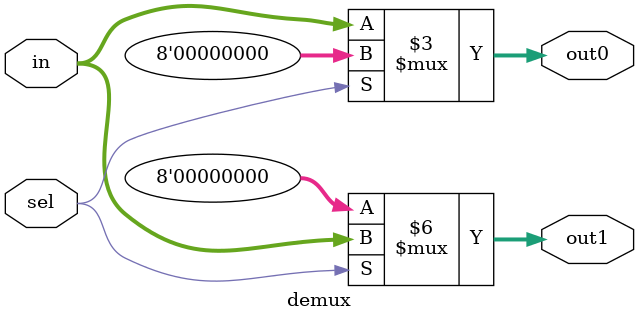
<source format=v>
`timescale 1ns / 1ps


module demux(
    input [7:0] in,
    input  sel,
    output reg[7:0] out0,
    output reg[7:0] out1
    );
    always@(*)begin
        if (sel)begin
            out1 = in;
            out0 = 0;
            end
        else begin
            out0 = in;
            out1 =0;
            end
     end
endmodule

</source>
